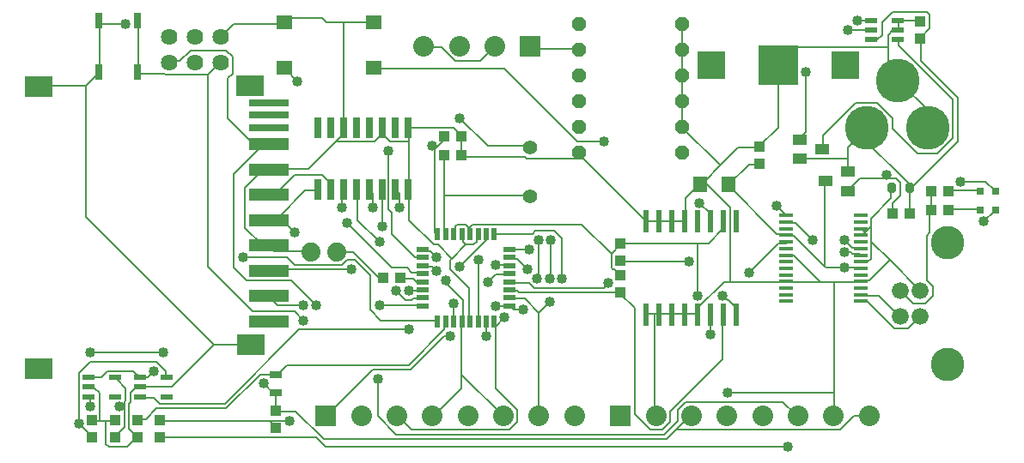
<source format=gtl>
G75*
G70*
%OFA0B0*%
%FSLAX24Y24*%
%IPPOS*%
%LPD*%
%AMOC8*
5,1,8,0,0,1.08239X$1,22.5*
%
%ADD10C,0.0560*%
%ADD11R,0.0433X0.0394*%
%ADD12R,0.0472X0.0315*%
%ADD13R,0.0394X0.0433*%
%ADD14R,0.0260X0.0800*%
%ADD15R,0.0472X0.0217*%
%ADD16R,0.1102X0.0787*%
%ADD17R,0.1575X0.0276*%
%ADD18R,0.1575X0.0472*%
%ADD19R,0.1095X0.1095*%
%ADD20R,0.1560X0.1560*%
%ADD21R,0.0300X0.0600*%
%ADD22R,0.0800X0.0800*%
%ADD23C,0.0800*%
%ADD24OC8,0.0560*%
%ADD25C,0.0640*%
%ADD26R,0.0236X0.0866*%
%ADD27C,0.0740*%
%ADD28R,0.0630X0.0551*%
%ADD29R,0.0220X0.0500*%
%ADD30R,0.0500X0.0220*%
%ADD31C,0.1700*%
%ADD32R,0.0550X0.0137*%
%ADD33R,0.0315X0.0315*%
%ADD34R,0.0551X0.0394*%
%ADD35C,0.0283*%
%ADD36R,0.0480X0.0245*%
%ADD37C,0.0660*%
%ADD38C,0.1300*%
%ADD39R,0.0551X0.0630*%
%ADD40C,0.0080*%
%ADD41C,0.0400*%
D10*
X020596Y010255D03*
X020596Y012155D03*
D11*
X017931Y011830D03*
X017261Y011830D03*
X017261Y012580D03*
X017931Y012580D03*
X024096Y008415D03*
X024096Y007745D03*
X024096Y007165D03*
X024096Y006495D03*
X010721Y001915D03*
X010721Y001245D03*
D12*
X010721Y002601D03*
X010721Y003309D03*
D13*
X006221Y001540D03*
X005346Y001540D03*
X004471Y001540D03*
X003596Y001540D03*
X003596Y000870D03*
X004471Y000870D03*
X005346Y000870D03*
X006221Y000870D03*
X014886Y007080D03*
X015556Y007080D03*
X029471Y011495D03*
X029471Y012165D03*
X034636Y009580D03*
X035306Y009580D03*
X036136Y009705D03*
X036806Y009705D03*
X036806Y010455D03*
X036136Y010455D03*
X035721Y016370D03*
X035721Y017040D03*
D14*
X015846Y012915D03*
X015346Y012915D03*
X014846Y012915D03*
X014346Y012915D03*
X013846Y012915D03*
X013346Y012915D03*
X012846Y012915D03*
X012346Y012915D03*
X012346Y010495D03*
X012846Y010495D03*
X013346Y010495D03*
X013846Y010495D03*
X014346Y010495D03*
X014846Y010495D03*
X015346Y010495D03*
X015846Y010495D03*
D15*
X006483Y003204D03*
X005459Y003204D03*
X005459Y002830D03*
X005459Y002456D03*
X006483Y002456D03*
X004483Y002456D03*
X003459Y002456D03*
X003459Y002830D03*
X003459Y003204D03*
X004483Y003204D03*
D16*
X001513Y003529D03*
X009742Y004474D03*
X009702Y014552D03*
X001513Y014513D03*
D17*
X010450Y013883D03*
X010450Y013411D03*
X010450Y012899D03*
D18*
X010450Y012269D03*
X010450Y011285D03*
X010450Y010300D03*
X010450Y009316D03*
X010450Y008332D03*
X010450Y007348D03*
X010450Y006363D03*
X010450Y005379D03*
D19*
X027621Y015330D03*
X032821Y015330D03*
D20*
X030221Y015330D03*
D21*
X005346Y015080D03*
X003846Y015080D03*
X003846Y017080D03*
X005346Y017080D03*
D22*
X020596Y016080D03*
X024096Y001705D03*
X012661Y001705D03*
D23*
X014039Y001705D03*
X015417Y001705D03*
X016795Y001705D03*
X018173Y001705D03*
X019551Y001705D03*
X020929Y001705D03*
X022306Y001705D03*
X025474Y001705D03*
X026852Y001705D03*
X028230Y001705D03*
X029608Y001705D03*
X030986Y001705D03*
X032364Y001705D03*
X033742Y001705D03*
X019218Y016080D03*
X017840Y016080D03*
X016462Y016080D03*
D24*
X022471Y015955D03*
X022471Y014955D03*
X022471Y013955D03*
X022471Y012955D03*
X022471Y011955D03*
X026471Y011955D03*
X026471Y012955D03*
X026471Y013955D03*
X026471Y014955D03*
X026471Y015955D03*
X026471Y016955D03*
X022471Y016955D03*
D25*
X008596Y016455D03*
X007596Y016455D03*
X006596Y016455D03*
X006596Y015455D03*
X007596Y015455D03*
X008596Y015455D03*
D26*
X025096Y009266D03*
X025596Y009266D03*
X026096Y009266D03*
X026596Y009266D03*
X027096Y009266D03*
X027596Y009266D03*
X028096Y009266D03*
X028596Y009266D03*
X028596Y005644D03*
X028096Y005644D03*
X027596Y005644D03*
X027096Y005644D03*
X026596Y005644D03*
X026096Y005644D03*
X025596Y005644D03*
X025096Y005644D03*
D27*
X013096Y008080D03*
X012096Y008080D03*
D28*
X011036Y015231D03*
X014501Y015231D03*
X014501Y017002D03*
X011036Y017002D03*
D29*
X016994Y008770D03*
X017309Y008770D03*
X017624Y008770D03*
X017939Y008770D03*
X018254Y008770D03*
X018569Y008770D03*
X018883Y008770D03*
X019198Y008770D03*
X019198Y005390D03*
X018883Y005390D03*
X018569Y005390D03*
X018254Y005390D03*
X017939Y005390D03*
X017624Y005390D03*
X017309Y005390D03*
X016994Y005390D03*
D30*
X016406Y005978D03*
X016406Y006293D03*
X016406Y006608D03*
X016406Y006923D03*
X016406Y007237D03*
X016406Y007552D03*
X016406Y007867D03*
X016406Y008182D03*
X019786Y008182D03*
X019786Y007867D03*
X019786Y007552D03*
X019786Y007237D03*
X019786Y006923D03*
X019786Y006608D03*
X019786Y006293D03*
X019786Y005978D03*
D31*
X033657Y012905D03*
X036020Y012905D03*
X034838Y014755D03*
D32*
X033410Y009493D03*
X033410Y009237D03*
X033410Y008982D03*
X033410Y008726D03*
X033410Y008470D03*
X033410Y008214D03*
X033410Y007958D03*
X033410Y007702D03*
X033410Y007446D03*
X033410Y007190D03*
X033410Y006934D03*
X033410Y006678D03*
X033410Y006423D03*
X033410Y006167D03*
X030532Y006167D03*
X030532Y006423D03*
X030532Y006678D03*
X030532Y006934D03*
X030532Y007190D03*
X030532Y007446D03*
X030532Y007702D03*
X030532Y007958D03*
X030532Y008214D03*
X030532Y008470D03*
X030532Y008726D03*
X030532Y008982D03*
X030532Y009237D03*
X030532Y009493D03*
D33*
X038051Y009705D03*
X038641Y009705D03*
X038641Y010455D03*
X038051Y010455D03*
D34*
X032904Y010456D03*
X032038Y010830D03*
X032904Y011204D03*
X031038Y011706D03*
X031904Y012080D03*
X031038Y012454D03*
D35*
X034585Y010655D02*
X034585Y010505D01*
X034585Y010655D02*
X034657Y010655D01*
X034657Y010505D01*
X034585Y010505D01*
X035285Y010505D02*
X035285Y010655D01*
X035357Y010655D01*
X035357Y010505D01*
X035285Y010505D01*
D36*
X034862Y016331D03*
X034862Y016705D03*
X034862Y017079D03*
X033830Y017079D03*
X033830Y016705D03*
X033830Y016331D03*
D37*
X034941Y006572D03*
X035721Y006572D03*
X035721Y005588D03*
X034941Y005588D03*
D38*
X036791Y003710D03*
X036791Y008450D03*
D39*
X028272Y010705D03*
X027170Y010705D03*
D40*
X027336Y010825D01*
X028356Y009805D01*
X028356Y006925D01*
X028116Y006925D01*
X027096Y005905D01*
X027096Y005665D01*
X027096Y005644D01*
X027096Y005665D02*
X026616Y005665D01*
X026596Y005644D01*
X026556Y005665D01*
X026136Y005665D01*
X026096Y005644D01*
X026076Y005665D01*
X025596Y005665D01*
X025596Y005644D01*
X025596Y005665D02*
X025416Y005665D01*
X025416Y001705D01*
X025474Y001705D01*
X026016Y001885D02*
X026016Y001465D01*
X025716Y001165D01*
X025236Y001165D01*
X024636Y001765D01*
X024636Y005905D01*
X024096Y006445D01*
X024096Y006495D01*
X024096Y006505D01*
X020136Y006505D01*
X020076Y006565D01*
X019836Y006565D01*
X019786Y006608D01*
X019836Y006865D02*
X019786Y006923D01*
X019836Y006865D02*
X020556Y006865D01*
X020736Y006685D01*
X023436Y006685D01*
X023616Y006865D01*
X024096Y007165D02*
X024096Y007165D01*
X023856Y007405D01*
X023796Y007405D01*
X023736Y007465D01*
X023736Y008005D01*
X022596Y009145D01*
X018336Y009145D01*
X018216Y009025D01*
X018216Y008785D01*
X018254Y008770D01*
X018216Y009025D02*
X018096Y009145D01*
X017736Y009145D01*
X017676Y009085D01*
X017676Y008785D01*
X017624Y008770D01*
X017939Y008770D02*
X017976Y008725D01*
X017976Y008485D01*
X018096Y008365D01*
X017556Y007825D01*
X017016Y008365D01*
X016836Y008365D01*
X015876Y009325D01*
X015876Y010465D01*
X015846Y010495D01*
X015876Y010525D01*
X015876Y012385D01*
X015156Y012385D01*
X014856Y012685D01*
X014846Y012915D01*
X014856Y012865D01*
X014856Y012685D01*
X014556Y012385D01*
X013056Y012385D01*
X011976Y011305D01*
X010476Y011305D01*
X010450Y011285D01*
X010416Y011245D01*
X010176Y011245D01*
X009516Y010585D01*
X009516Y009025D01*
X010176Y008365D01*
X010416Y008365D01*
X010450Y008332D01*
X010476Y008305D01*
X010656Y008125D01*
X012096Y008125D01*
X012096Y008080D01*
X011436Y007585D02*
X011136Y007885D01*
X009456Y007885D01*
X009096Y007465D02*
X009096Y011125D01*
X010056Y012085D01*
X010450Y012269D01*
X010416Y012265D01*
X010236Y012265D01*
X010056Y012085D01*
X008856Y013285D01*
X008856Y014845D01*
X009036Y015025D01*
X009036Y015685D01*
X008796Y015925D01*
X007416Y015925D01*
X006996Y015505D01*
X006636Y015505D01*
X006596Y015455D01*
X006396Y015025D02*
X006456Y014965D01*
X008076Y014965D01*
X008076Y007525D01*
X009816Y005785D01*
X011436Y005785D01*
X011796Y005425D01*
X011616Y005065D02*
X015876Y005065D01*
X014796Y005425D02*
X014376Y005845D01*
X014376Y007165D01*
X013776Y007765D01*
X013476Y007765D01*
X013296Y007585D01*
X011436Y007585D01*
X011316Y006985D02*
X009576Y006985D01*
X009096Y007465D01*
X010450Y007348D02*
X010476Y007405D01*
X013656Y007405D01*
X013716Y008065D02*
X014676Y007105D01*
X014856Y007105D01*
X014886Y007080D01*
X015216Y007465D02*
X015816Y007465D01*
X015996Y007285D01*
X016356Y007285D01*
X016406Y007237D01*
X016176Y006925D02*
X016056Y007045D01*
X015576Y007045D01*
X015556Y007080D01*
X016176Y006925D02*
X016356Y006925D01*
X016406Y006923D01*
X016406Y006608D02*
X016356Y006565D01*
X015876Y006565D01*
X016056Y006265D02*
X015996Y006205D01*
X015756Y006205D01*
X015396Y006565D01*
X016056Y006265D02*
X016356Y006265D01*
X016406Y006293D01*
X016356Y006025D02*
X016406Y005978D01*
X016356Y006025D02*
X014736Y006025D01*
X014796Y005425D02*
X016956Y005425D01*
X016994Y005390D01*
X017256Y005365D02*
X017309Y005390D01*
X017256Y005365D02*
X017256Y005065D01*
X015876Y003685D01*
X011136Y003685D01*
X010776Y003325D01*
X010721Y003309D01*
X010716Y003325D01*
X010116Y003325D01*
X008796Y002005D01*
X006096Y002005D01*
X005676Y001585D01*
X005376Y001585D01*
X005346Y001540D01*
X005016Y001225D02*
X005016Y002185D01*
X005076Y002245D01*
X005076Y002605D01*
X005256Y002785D01*
X005436Y002785D01*
X005459Y002830D01*
X005496Y002845D01*
X006696Y002845D01*
X008316Y004465D01*
X003336Y009445D01*
X003336Y014545D01*
X003816Y015025D01*
X003846Y015080D01*
X003876Y015085D01*
X003876Y016945D01*
X003846Y017080D01*
X003876Y017065D01*
X003876Y016945D01*
X004896Y016945D01*
X005346Y017080D02*
X005376Y017065D01*
X005376Y015085D01*
X005346Y015080D01*
X005376Y015025D01*
X006396Y015025D01*
X008076Y014965D02*
X008556Y015445D01*
X008596Y015455D01*
X008596Y016455D02*
X008616Y016465D01*
X009096Y016945D01*
X011016Y016945D01*
X011036Y017002D01*
X011076Y017005D01*
X011256Y017185D01*
X012516Y017185D01*
X012696Y017005D01*
X013356Y017005D01*
X013356Y012925D01*
X013346Y012915D01*
X013296Y012865D01*
X013296Y012625D01*
X013056Y012385D01*
X015096Y012025D02*
X015096Y009745D01*
X015216Y009625D01*
X015216Y008785D01*
X016116Y007885D01*
X016356Y007885D01*
X016406Y007867D01*
X016416Y008125D02*
X016406Y008182D01*
X016416Y008125D02*
X016716Y008125D01*
X016956Y007885D01*
X017496Y007765D02*
X017556Y007825D01*
X017496Y007765D02*
X017496Y007405D01*
X018216Y006685D01*
X018216Y005425D01*
X018254Y005390D01*
X017976Y005425D02*
X017939Y005390D01*
X017916Y005365D01*
X017916Y003325D01*
X019536Y001705D01*
X019551Y001705D01*
X020076Y001465D02*
X019776Y001165D01*
X015996Y001165D01*
X015456Y001705D01*
X015417Y001705D01*
X015396Y000985D02*
X014676Y001705D01*
X014676Y003145D01*
X014496Y003505D02*
X012696Y001705D01*
X012661Y001705D01*
X012576Y000805D02*
X011496Y001885D01*
X010776Y001885D01*
X010721Y001915D01*
X010716Y001945D01*
X010716Y002485D01*
X010721Y002601D01*
X010716Y002545D01*
X010716Y002485D01*
X010236Y002965D01*
X008736Y002185D02*
X011616Y005065D01*
X011796Y006025D02*
X010776Y006025D01*
X010476Y006325D01*
X010450Y006363D01*
X011316Y006985D02*
X012276Y006025D01*
X009742Y004474D02*
X009696Y004465D01*
X008316Y004465D01*
X006336Y004165D02*
X003516Y004165D01*
X003516Y003805D02*
X006096Y003805D01*
X006456Y003445D01*
X006456Y003205D01*
X006483Y003204D01*
X005976Y003445D02*
X005736Y003205D01*
X005496Y003205D01*
X005459Y003204D01*
X005436Y003205D01*
X005196Y003445D01*
X004176Y003445D01*
X003936Y003205D01*
X003516Y003205D01*
X003459Y003204D01*
X003096Y003385D02*
X003516Y003805D01*
X003096Y003385D02*
X003096Y001405D01*
X003576Y000925D01*
X003596Y000870D01*
X004116Y000625D02*
X004236Y000505D01*
X004956Y000505D01*
X005316Y000865D01*
X005346Y000870D01*
X005316Y000925D01*
X005016Y001225D01*
X004836Y001285D02*
X004836Y002065D01*
X004656Y002065D01*
X004836Y002065D02*
X004836Y002245D01*
X004896Y002305D01*
X004896Y002785D01*
X004536Y003145D01*
X004483Y003204D01*
X003876Y002605D02*
X003696Y002785D01*
X003516Y002785D01*
X003459Y002830D01*
X003876Y002605D02*
X003876Y001525D01*
X003636Y001525D01*
X003596Y001540D01*
X003876Y001525D02*
X004116Y001525D01*
X004116Y000625D01*
X004471Y000870D02*
X004476Y000925D01*
X004836Y001285D01*
X004471Y001540D02*
X004416Y001525D01*
X004116Y001525D01*
X003516Y002065D02*
X003516Y002425D01*
X003459Y002456D01*
X005459Y002456D02*
X005496Y002425D01*
X005976Y002425D01*
X006216Y002185D01*
X008736Y002185D01*
X010476Y001525D02*
X011256Y001525D01*
X010716Y001285D02*
X010721Y001245D01*
X010716Y001285D02*
X010476Y001525D01*
X006276Y001525D01*
X006221Y001540D01*
X006221Y000870D02*
X006276Y000865D01*
X012276Y000865D01*
X012636Y000505D01*
X030576Y000505D01*
X032616Y001165D02*
X026256Y001165D01*
X025896Y000805D01*
X012576Y000805D01*
X015396Y000985D02*
X025776Y000985D01*
X026316Y001525D01*
X026316Y001945D01*
X026616Y002245D01*
X030396Y002245D01*
X030936Y001705D01*
X030986Y001705D01*
X032364Y001705D02*
X032376Y001705D01*
X032376Y002605D01*
X028236Y002605D01*
X026852Y001705D02*
X026796Y001705D01*
X026256Y001165D01*
X026016Y001885D02*
X028056Y003925D01*
X028056Y005605D01*
X028096Y005644D01*
X027596Y005644D02*
X027576Y005605D01*
X027576Y004885D01*
X028596Y005644D02*
X028596Y005905D01*
X028296Y006205D01*
X028236Y006205D01*
X028056Y006385D01*
X027096Y006385D02*
X027096Y008425D01*
X027516Y008425D01*
X028056Y008965D01*
X028056Y009265D01*
X028096Y009266D01*
X027596Y009266D02*
X027576Y009325D01*
X027576Y009565D01*
X027156Y009985D01*
X026616Y010165D02*
X027156Y010705D01*
X027170Y010705D01*
X027216Y010705D01*
X027336Y010825D01*
X027996Y011485D01*
X027936Y011485D01*
X026496Y012925D01*
X026471Y012955D01*
X026496Y012985D01*
X026496Y013945D01*
X026471Y013955D01*
X026496Y014005D01*
X026496Y014905D01*
X026471Y014955D01*
X026496Y014965D01*
X026496Y015925D01*
X026471Y015955D01*
X026496Y015985D01*
X026496Y016945D01*
X026471Y016955D01*
X022471Y015955D02*
X022416Y015985D01*
X020676Y015985D01*
X020616Y016045D01*
X020596Y016080D01*
X019218Y016080D02*
X019176Y016045D01*
X018636Y015505D01*
X017676Y015505D01*
X017136Y016045D01*
X016476Y016045D01*
X016462Y016080D01*
X014556Y015205D02*
X014501Y015231D01*
X014556Y015205D02*
X019596Y015205D01*
X022416Y012385D01*
X023436Y012385D01*
X022471Y011955D02*
X022476Y011905D01*
X022656Y011725D01*
X020436Y011725D01*
X020376Y011785D01*
X017976Y011785D01*
X017931Y011830D01*
X017916Y011845D01*
X017916Y012565D01*
X017931Y012580D01*
X017916Y012625D01*
X017616Y012925D01*
X015876Y012925D01*
X015846Y012915D01*
X015876Y012865D01*
X015876Y012385D01*
X016776Y012205D02*
X016896Y012085D01*
X016896Y008845D01*
X016956Y008785D01*
X016994Y008770D01*
X017256Y008785D02*
X017309Y008770D01*
X017256Y008785D02*
X017256Y010285D01*
X020556Y010285D01*
X020596Y010255D01*
X020796Y008905D02*
X021516Y008905D01*
X021816Y008605D01*
X021816Y007045D01*
X021396Y007105D02*
X021336Y007045D01*
X021396Y007105D02*
X021396Y008545D01*
X020916Y008545D02*
X020916Y007105D01*
X020856Y007045D01*
X020496Y007405D02*
X020076Y007825D01*
X019836Y007825D01*
X019786Y007867D01*
X019786Y008182D02*
X019836Y008185D01*
X020556Y008185D01*
X019776Y007585D02*
X019236Y007585D01*
X019776Y007585D02*
X019786Y007552D01*
X019786Y007237D02*
X019776Y007225D01*
X019236Y007225D01*
X018936Y006925D01*
X019786Y006293D02*
X019836Y006265D01*
X020376Y006265D01*
X020916Y005725D01*
X021336Y006145D01*
X020916Y005725D02*
X020916Y001705D01*
X020929Y001705D01*
X020076Y001465D02*
X020076Y001945D01*
X019236Y002785D01*
X019236Y005185D01*
X019198Y005390D01*
X019236Y005365D01*
X019236Y005185D01*
X019596Y005545D01*
X019956Y005845D02*
X019836Y005965D01*
X019786Y005978D01*
X019776Y005965D01*
X019236Y005965D01*
X019956Y005845D02*
X020316Y005845D01*
X018883Y005390D02*
X018876Y005365D01*
X018876Y004825D01*
X018569Y005390D02*
X018576Y005425D01*
X018576Y007765D01*
X017856Y007525D02*
X018876Y008545D01*
X018876Y008725D01*
X018883Y008770D01*
X018569Y008770D02*
X018516Y008725D01*
X018516Y008485D01*
X018396Y008365D01*
X018096Y008365D01*
X019198Y008770D02*
X019236Y008785D01*
X020676Y008785D01*
X020796Y008905D01*
X023736Y008005D02*
X024096Y008365D01*
X024096Y008415D01*
X024096Y008425D01*
X027096Y008425D01*
X026736Y007705D02*
X024096Y007705D01*
X024096Y007745D01*
X025096Y009266D02*
X025056Y009325D01*
X022656Y011725D01*
X020596Y012155D02*
X020556Y012205D01*
X018936Y012205D01*
X017856Y013285D01*
X017261Y012580D02*
X017256Y012565D01*
X017256Y012445D01*
X016896Y012085D01*
X017261Y011830D02*
X017256Y011785D01*
X017256Y010285D01*
X015516Y010345D02*
X015516Y009805D01*
X015516Y010345D02*
X015396Y010465D01*
X015346Y010495D01*
X014856Y010465D02*
X014846Y010495D01*
X014856Y010465D02*
X014856Y009085D01*
X014736Y008485D02*
X013896Y009325D01*
X013896Y010465D01*
X013846Y010495D01*
X013346Y010495D02*
X013296Y010465D01*
X013296Y009805D01*
X013476Y009205D02*
X015216Y007465D01*
X016406Y007552D02*
X016416Y007525D01*
X016776Y007525D01*
X016956Y007345D01*
X017316Y006985D02*
X017316Y006865D01*
X017976Y006205D01*
X017976Y005425D01*
X017624Y005390D02*
X017616Y005425D01*
X017616Y006085D01*
X017496Y004825D02*
X017256Y004825D01*
X015936Y003505D01*
X014496Y003505D01*
X016836Y001705D02*
X017916Y002785D01*
X017916Y003325D01*
X016836Y001705D02*
X016795Y001705D01*
X025096Y005644D02*
X025116Y005665D01*
X025416Y005665D01*
X028356Y006925D02*
X030516Y006925D01*
X030532Y006934D01*
X030576Y006925D01*
X031836Y006925D01*
X030816Y007945D01*
X030576Y007945D01*
X030532Y007958D01*
X030516Y008425D02*
X030532Y008470D01*
X030516Y008425D02*
X030216Y008425D01*
X029076Y007285D01*
X030816Y008725D02*
X032016Y007525D01*
X032016Y010825D01*
X032038Y010830D01*
X032904Y010456D02*
X032916Y010465D01*
X033396Y010945D01*
X034416Y010945D01*
X034416Y011065D01*
X034416Y010945D02*
X034776Y010945D01*
X034956Y010765D01*
X034956Y010285D01*
X034656Y009985D01*
X034656Y009625D01*
X034636Y009580D01*
X034596Y010165D02*
X033816Y009385D01*
X033816Y009085D01*
X033816Y008485D01*
X034536Y007765D01*
X033756Y006985D01*
X033456Y006985D01*
X033410Y006934D01*
X033396Y006925D01*
X032376Y006925D01*
X032376Y002605D01*
X033156Y001705D02*
X032616Y001165D01*
X033156Y001705D02*
X033742Y001705D01*
X034716Y005125D02*
X035256Y005125D01*
X035676Y005545D01*
X035721Y005588D01*
X034941Y005588D02*
X034896Y005605D01*
X034116Y006385D01*
X033456Y006385D01*
X033410Y006423D01*
X033410Y006167D02*
X033456Y006145D01*
X033696Y006145D01*
X034716Y005125D01*
X035436Y006085D02*
X034956Y006565D01*
X034941Y006572D01*
X035436Y006085D02*
X035916Y006085D01*
X036216Y006385D01*
X036216Y006745D01*
X035976Y006985D01*
X035976Y008725D01*
X036096Y008845D01*
X036096Y009685D01*
X036136Y009705D01*
X036156Y009745D01*
X036156Y010405D01*
X036136Y010455D01*
X036806Y010455D02*
X036816Y010465D01*
X038016Y010465D01*
X038051Y010455D01*
X038256Y010825D02*
X038616Y010465D01*
X038641Y010455D01*
X038256Y010825D02*
X037296Y010825D01*
X037176Y012385D02*
X035376Y010585D01*
X035321Y010580D01*
X035316Y010585D01*
X035316Y010705D01*
X033396Y012625D01*
X033657Y012905D01*
X033636Y012865D01*
X033396Y012625D01*
X032916Y012145D01*
X032916Y011725D01*
X031056Y011725D01*
X031038Y011706D01*
X031904Y012080D02*
X031956Y012085D01*
X031956Y012625D01*
X033216Y013885D01*
X034056Y013885D01*
X034656Y013285D01*
X034656Y012865D01*
X035616Y011905D01*
X036396Y011905D01*
X036996Y012505D01*
X036996Y014005D01*
X034896Y016105D01*
X034896Y016285D01*
X034862Y016331D01*
X034656Y016705D02*
X034476Y016525D01*
X034476Y016045D01*
X030936Y016045D01*
X030221Y015330D01*
X030216Y015325D01*
X030216Y012925D01*
X029496Y012205D01*
X029471Y012165D01*
X029436Y012145D01*
X028656Y012145D01*
X027996Y011485D01*
X028296Y010705D02*
X029076Y011485D01*
X029436Y011485D01*
X029471Y011495D01*
X028296Y010705D02*
X028272Y010705D01*
X028236Y010705D01*
X030156Y008785D01*
X030516Y008785D01*
X030532Y008726D01*
X030576Y008725D01*
X030816Y008725D01*
X030876Y009205D02*
X031536Y008545D01*
X032796Y008545D02*
X033096Y008245D01*
X033396Y008245D01*
X033410Y008214D01*
X033096Y008005D02*
X033036Y008065D01*
X032796Y008065D01*
X033096Y008005D02*
X033396Y008005D01*
X033410Y007958D01*
X033410Y007702D02*
X033456Y007705D01*
X033696Y007705D01*
X033816Y007825D01*
X033816Y008485D01*
X033456Y008725D02*
X033410Y008726D01*
X033456Y008725D02*
X033576Y008845D01*
X033456Y008965D01*
X033410Y008982D01*
X033576Y008845D02*
X033816Y009085D01*
X035306Y009580D02*
X035316Y009625D01*
X035316Y010525D01*
X035321Y010580D01*
X034621Y010580D02*
X034596Y010525D01*
X034596Y010165D01*
X032904Y011204D02*
X032916Y011245D01*
X032916Y011725D01*
X031038Y012454D02*
X031056Y012505D01*
X031296Y012745D01*
X031296Y015085D01*
X033830Y016331D02*
X033876Y016345D01*
X034056Y016345D01*
X034236Y016525D01*
X034236Y017005D01*
X034656Y017425D01*
X035976Y017425D01*
X036096Y017305D01*
X036096Y016765D01*
X035736Y016405D01*
X035721Y016370D01*
X035736Y016345D01*
X035736Y015505D01*
X037176Y014065D01*
X037176Y012385D01*
X036020Y012905D02*
X035976Y012925D01*
X035976Y013645D01*
X034896Y014725D01*
X034838Y014755D01*
X034836Y014785D01*
X034476Y015145D01*
X034476Y016045D01*
X034656Y016705D02*
X034862Y016705D01*
X034896Y016705D01*
X034896Y017065D01*
X034862Y017079D01*
X034896Y017065D02*
X035676Y017065D01*
X035721Y017040D01*
X033830Y017079D02*
X033816Y017065D01*
X033276Y017065D01*
X032916Y016705D02*
X033830Y016705D01*
X026616Y010165D02*
X026616Y009325D01*
X026596Y009266D01*
X026556Y009265D01*
X026136Y009265D01*
X026096Y009266D01*
X026076Y009265D01*
X025596Y009265D01*
X025596Y009266D01*
X025596Y009265D02*
X025116Y009265D01*
X025096Y009266D01*
X030156Y009865D02*
X030516Y009505D01*
X030532Y009493D01*
X030532Y009237D02*
X030576Y009205D01*
X030876Y009205D01*
X032016Y007525D02*
X032076Y007465D01*
X032796Y007465D01*
X033396Y007465D01*
X033410Y007446D01*
X032376Y006925D02*
X031836Y006925D01*
X034536Y007765D02*
X035676Y006625D01*
X035721Y006572D01*
X038196Y009265D02*
X038616Y009685D01*
X038641Y009705D01*
X038051Y009705D02*
X038016Y009745D01*
X036816Y009745D01*
X036806Y009705D01*
X014496Y009805D02*
X014496Y010345D01*
X014346Y010495D01*
X012846Y010495D02*
X012816Y010525D01*
X012816Y010765D01*
X012516Y011065D01*
X011436Y011065D01*
X010716Y010345D01*
X010476Y010345D01*
X010450Y010300D01*
X010836Y009445D02*
X011856Y010465D01*
X012336Y010465D01*
X012346Y010495D01*
X010836Y009445D02*
X010450Y009316D01*
X010476Y009325D01*
X010716Y009325D01*
X010836Y009445D01*
X011436Y008845D01*
X013096Y008080D02*
X013116Y008065D01*
X013716Y008065D01*
X003336Y014545D02*
X001536Y014545D01*
X001513Y014513D01*
X011036Y015231D02*
X011076Y015205D01*
X011556Y014725D01*
X013356Y017005D02*
X014496Y017005D01*
X014501Y017002D01*
D41*
X003096Y001405D03*
X003516Y002065D03*
X004656Y002065D03*
X005976Y003445D03*
X006336Y004165D03*
X003516Y004165D03*
X010236Y002965D03*
X011256Y001525D03*
X014676Y003145D03*
X017496Y004825D03*
X018876Y004825D03*
X019596Y005545D03*
X020316Y005845D03*
X019236Y005965D03*
X017616Y006085D03*
X018936Y006925D03*
X019236Y007585D03*
X018576Y007765D03*
X017856Y007525D03*
X016956Y007345D03*
X017316Y006985D03*
X015876Y006565D03*
X015396Y006565D03*
X014736Y006025D03*
X015876Y005065D03*
X012276Y006025D03*
X011796Y006025D03*
X011796Y005425D03*
X013656Y007405D03*
X014736Y008485D03*
X014856Y009085D03*
X013476Y009205D03*
X013296Y009805D03*
X014496Y009805D03*
X015516Y009805D03*
X016956Y007885D03*
X020496Y007405D03*
X020856Y007045D03*
X021336Y007045D03*
X021816Y007045D03*
X023616Y006865D03*
X021336Y006145D03*
X020556Y008185D03*
X020916Y008545D03*
X021396Y008545D03*
X026736Y007705D03*
X029076Y007285D03*
X028056Y006385D03*
X027096Y006385D03*
X027576Y004885D03*
X028236Y002605D03*
X030576Y000505D03*
X032796Y007465D03*
X032796Y008065D03*
X032796Y008545D03*
X031536Y008545D03*
X030156Y009865D03*
X027156Y009985D03*
X023436Y012385D03*
X017856Y013285D03*
X016776Y012205D03*
X015096Y012025D03*
X011556Y014725D03*
X004896Y016945D03*
X011436Y008845D03*
X009456Y007885D03*
X031296Y015085D03*
X032916Y016705D03*
X033276Y017065D03*
X034416Y011065D03*
X037296Y010825D03*
X038196Y009265D03*
M02*

</source>
